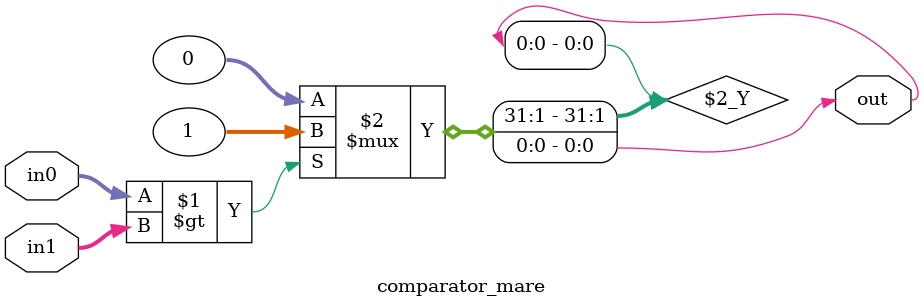
<source format=v>
module comparator_mare(
    input [29:0] in0,
    input [29:0] in1,
    output out
);

    assign out = (in0 > in1)? 1 : 0;
endmodule
</source>
